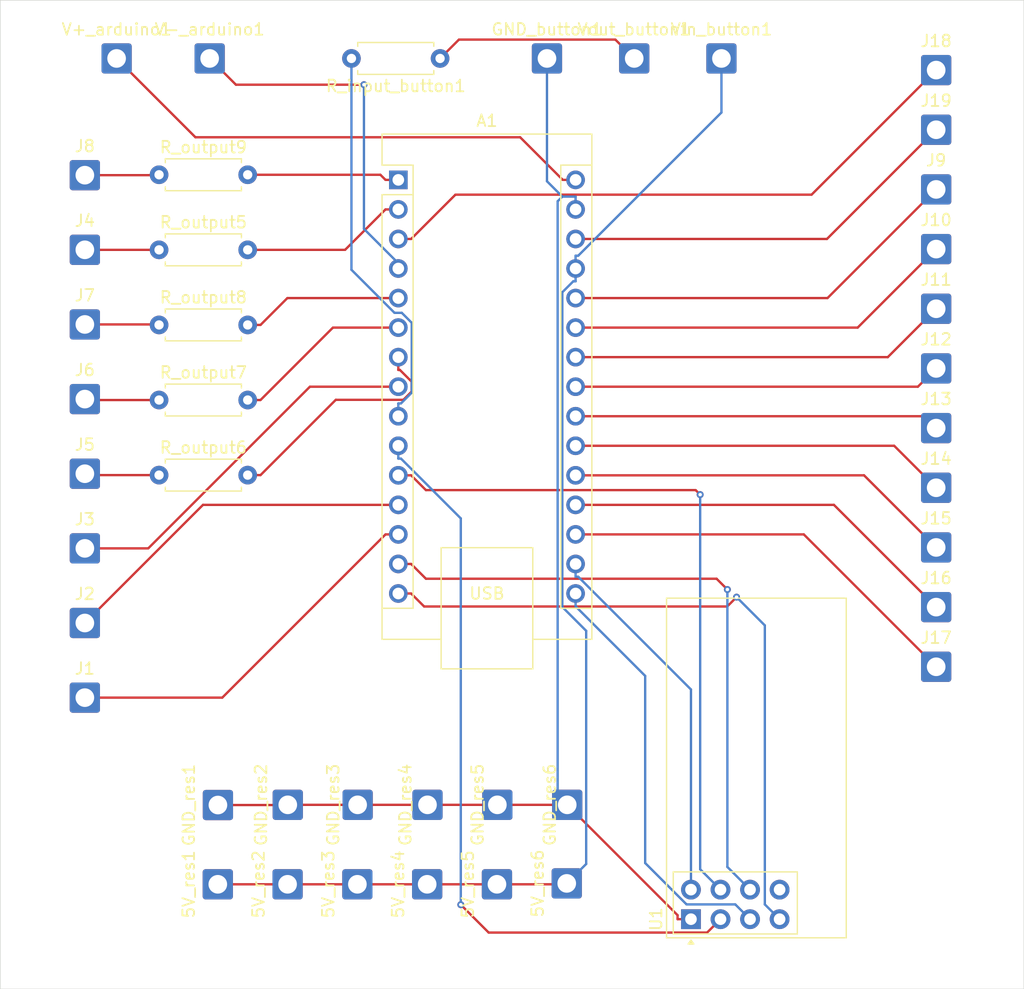
<source format=kicad_pcb>
(kicad_pcb (version 20241229) (generator "pcbnew") (generator_version "9.0")
  (layers (0 "F.Cu" signal) (2 "B.Cu" signal) (13 "F.Paste" user) (15 "B.Paste" user) (5 "F.SilkS" user "F.Silkscreen") (7 "B.SilkS" user "B.Silkscreen") (1 "F.Mask" user) (3 "B.Mask" user) (25 "Edge.Cuts" user))
  (net 0 "")
  (net 1 "Net-(A1-D11)")
  (net 2 "Net-(A1-D0{slash}RX)")
  (net 3 "Net-(A1-A7)")
  (net 4 "Net-(A1-D9)")
  (net 5 "Net-(A1-D4)")
  (net 6 "Net-(A1-D3)")
  (net 7 "Net-(J18-Pin_1)")
  (net 8 "Net-(A1-A6)")
  (net 9 "Net-(A1-D13)")
  (net 10 "Net-(A1-A0)")
  (net 11 "Net-(A1-AREF)")
  (net 12 "Net-(A1-VIN)")
  (net 13 "Net-(A1-3V3)")
  (net 14 "Net-(A1-D1{slash}TX)")
  (net 15 "Net-(A1-A2)")
  (net 16 "+5V")
  (net 17 "Net-(A1-A1)")
  (net 18 "Net-(A1-A4)")
  (net 19 "Net-(J19-Pin_1)")
  (net 20 "Net-(A1-D5)")
  (net 21 "Net-(A1-A3)")
  (net 22 "Net-(V-_arduino1-Pin_1)")
  (net 23 "Net-(A1-D2)")
  (net 24 "GND")
  (net 25 "Net-(A1-D10)")
  (net 26 "Net-(A1-D8)")
  (net 27 "Net-(A1-A5)")
  (net 28 "Net-(A1-D12)")
  (net 29 "Net-(A1-D7)")
  (net 30 "Net-(A1-D6)")
  (net 31 "Net-(J4-Pin_1)")
  (net 32 "Net-(J5-Pin_1)")
  (net 33 "Net-(J6-Pin_1)")
  (net 34 "Net-(J7-Pin_1)")
  (net 35 "Net-(J8-Pin_1)")
  (net 36 "Net-(Vout_button1-Pin_1)")
  (footprint "Connector_Wire:SolderWire-0.75sqmm_1x01_D1.25mm_OD2.3mm" (layer "F.Cu") (at 115.46 139.78)
    (property "Reference" "J13" (at 0 -2.5 0) (layer "F.SilkS"))
    (property "Value" "Conn_01x01_Pin")
    (pad "1" thru_hole roundrect (at 0 0) (size 2.6 2.6) (drill 1.6) (layers "*.Cu" "*.Mask") (roundrect_rratio 0.096154) (net 21 "Net-(A1-A3)"))
  )
  (footprint "Connector_Wire:SolderWire-0.75sqmm_1x01_D1.25mm_OD2.3mm" (layer "F.Cu") (at 115.46 155.17)
    (property "Reference" "J16" (at 0 -2.5 0) (layer "F.SilkS"))
    (property "Value" "Conn_01x01_Pin")
    (pad "1" thru_hole roundrect (at 0 0) (size 2.6 2.6) (drill 1.6) (layers "*.Cu" "*.Mask") (roundrect_rratio 0.096154) (net 10 "Net-(A1-A0)"))
  )
  (footprint "Connector_Wire:SolderWire-0.75sqmm_1x01_D1.25mm_OD2.3mm" (layer "F.Cu") (at 53 108)
    (property "Reference" "V-_arduino1" (at 0 -2.5 0) (layer "F.SilkS"))
    (property "Value" "Conn_01x01_Pin")
    (pad "1" thru_hole roundrect (at 0 0) (size 2.6 2.6) (drill 1.6) (layers "*.Cu" "*.Mask") (roundrect_rratio 0.096154) (net 22 "Net-(V-_arduino1-Pin_1)"))
  )
  (footprint "Connector_Wire:SolderWire-0.75sqmm_1x01_D1.25mm_OD2.3mm" (layer "F.Cu") (at 115.46 144.91)
    (property "Reference" "J14" (at 0 -2.5 0) (layer "F.SilkS"))
    (property "Value" "Conn_01x01_Pin")
    (pad "1" thru_hole roundrect (at 0 0) (size 2.6 2.6) (drill 1.6) (layers "*.Cu" "*.Mask") (roundrect_rratio 0.096154) (net 15 "Net-(A1-A2)"))
  )
  (footprint "Connector_Wire:SolderWire-0.75sqmm_1x01_D1.25mm_OD2.3mm" (layer "F.Cu") (at 89.5 108)
    (property "Reference" "Vout_button1" (at 0 -2.5 0) (layer "F.SilkS"))
    (property "Value" "Conn_01x01_Pin")
    (pad "1" thru_hole roundrect (at 0 0) (size 2.6 2.6) (drill 1.6) (layers "*.Cu" "*.Mask") (roundrect_rratio 0.096154) (net 36 "Net-(Vout_button1-Pin_1)"))
  )
  (footprint "Connector_Wire:SolderWire-0.75sqmm_1x01_D1.25mm_OD2.3mm" (layer "F.Cu") (at 71.7284 172.1692 90)
    (property "Reference" "GND_res4" (at 0 -1.9 90) (layer "F.SilkS"))
    (property "Value" "Conn_01x01_Pin")
    (pad "1" thru_hole roundrect (at 0 0 90) (size 2.6 2.6) (drill 1.6) (layers "*.Cu" "*.Mask") (roundrect_rratio 0.096154) (net 24 "GND"))
  )
  (footprint "Module:Arduino_Nano" (layer "F.Cu") (at 69.22 118.44)
    (property "Reference" "A1" (at 7.62 -5.08 0) (layer "F.SilkS"))
    (property "Value" "Arduino_Nano_v2.x")
    (fp_line (start -1.4 -3.94) (end -1.4 -1.27) (stroke (width 0.12)) (layer "F.SilkS"))
    (fp_line (start -1.4 1.27) (end -1.4 39.5) (stroke (width 0.12)) (layer "F.SilkS"))
    (fp_line (start -1.4 39.5) (end 3.68 39.5) (stroke (width 0.12)) (layer "F.SilkS"))
    (fp_line (start 1.27 -1.27) (end -1.4 -1.27) (stroke (width 0.12)) (layer "F.SilkS"))
    (fp_line (start 1.27 1.27) (end -1.4 1.27) (stroke (width 0.12)) (layer "F.SilkS"))
    (fp_line (start 1.27 1.27) (end 1.27 -1.27) (stroke (width 0.12)) (layer "F.SilkS"))
    (fp_line (start 1.27 1.27) (end 1.27 36.83) (stroke (width 0.12)) (layer "F.SilkS"))
    (fp_line (start 1.27 36.83) (end -1.4 36.83) (stroke (width 0.12)) (layer "F.SilkS"))
    (fp_line (start 3.68 31.62) (end 11.56 31.62) (stroke (width 0.12)) (layer "F.SilkS"))
    (fp_line (start 3.68 42.04) (end 3.68 31.62) (stroke (width 0.12)) (layer "F.SilkS"))
    (fp_line (start 11.56 31.62) (end 11.56 42.04) (stroke (width 0.12)) (layer "F.SilkS"))
    (fp_line (start 11.56 42.04) (end 3.68 42.04) (stroke (width 0.12)) (layer "F.SilkS"))
    (fp_line (start 13.97 -1.27) (end 13.97 36.83) (stroke (width 0.12)) (layer "F.SilkS"))
    (fp_line (start 13.97 -1.27) (end 16.64 -1.27) (stroke (width 0.12)) (layer "F.SilkS"))
    (fp_line (start 13.97 36.83) (end 16.64 36.83) (stroke (width 0.12)) (layer "F.SilkS"))
    (fp_line (start 16.64 -3.94) (end -1.4 -3.94) (stroke (width 0.12)) (layer "F.SilkS"))
    (fp_line (start 16.64 39.5) (end 11.56 39.5) (stroke (width 0.12)) (layer "F.SilkS"))
    (fp_line (start 16.64 39.5) (end 16.64 -3.94) (stroke (width 0.12)) (layer "F.SilkS"))
    (fp_text user "USB" (at 7.62 35.56 0) (layer "F.SilkS"))
    (pad "1" thru_hole rect (at 0 0) (size 1.6 1.6) (drill 1) (layers "*.Cu" "*.Mask") (net 14 "Net-(A1-D1{slash}TX)"))
    (pad "2" thru_hole oval (at 0 2.54) (size 1.6 1.6) (drill 1) (layers "*.Cu" "*.Mask") (net 2 "Net-(A1-D0{slash}RX)"))
    (pad "3" thru_hole oval (at 0 5.08) (size 1.6 1.6) (drill 1) (layers "*.Cu" "*.Mask") (net 7 "Net-(J18-Pin_1)"))
    (pad "4" thru_hole oval (at 0 7.62) (size 1.6 1.6) (drill 1) (layers "*.Cu" "*.Mask") (net 22 "Net-(V-_arduino1-Pin_1)"))
    (pad "5" thru_hole oval (at 0 10.16) (size 1.6 1.6) (drill 1) (layers "*.Cu" "*.Mask") (net 23 "Net-(A1-D2)"))
    (pad "6" thru_hole oval (at 0 12.7) (size 1.6 1.6) (drill 1) (layers "*.Cu" "*.Mask") (net 6 "Net-(A1-D3)"))
    (pad "7" thru_hole oval (at 0 15.24) (size 1.6 1.6) (drill 1) (layers "*.Cu" "*.Mask") (net 5 "Net-(A1-D4)"))
    (pad "8" thru_hole oval (at 0 17.78) (size 1.6 1.6) (drill 1) (layers "*.Cu" "*.Mask") (net 20 "Net-(A1-D5)"))
    (pad "9" thru_hole oval (at 0 20.32) (size 1.6 1.6) (drill 1) (layers "*.Cu" "*.Mask") (net 30 "Net-(A1-D6)"))
    (pad "10" thru_hole oval (at 0 22.86) (size 1.6 1.6) (drill 1) (layers "*.Cu" "*.Mask") (net 29 "Net-(A1-D7)"))
    (pad "11" thru_hole oval (at 0 25.4) (size 1.6 1.6) (drill 1) (layers "*.Cu" "*.Mask") (net 26 "Net-(A1-D8)"))
    (pad "12" thru_hole oval (at 0 27.94) (size 1.6 1.6) (drill 1) (layers "*.Cu" "*.Mask") (net 4 "Net-(A1-D9)"))
    (pad "13" thru_hole oval (at 0 30.48) (size 1.6 1.6) (drill 1) (layers "*.Cu" "*.Mask") (net 25 "Net-(A1-D10)"))
    (pad "14" thru_hole oval (at 0 33.02) (size 1.6 1.6) (drill 1) (layers "*.Cu" "*.Mask") (net 1 "Net-(A1-D11)"))
    (pad "15" thru_hole oval (at 0 35.56) (size 1.6 1.6) (drill 1) (layers "*.Cu" "*.Mask") (net 28 "Net-(A1-D12)"))
    (pad "16" thru_hole oval (at 15.24 35.56) (size 1.6 1.6) (drill 1) (layers "*.Cu" "*.Mask") (net 9 "Net-(A1-D13)"))
    (pad "17" thru_hole oval (at 15.24 33.02) (size 1.6 1.6) (drill 1) (layers "*.Cu" "*.Mask") (net 13 "Net-(A1-3V3)"))
    (pad "18" thru_hole oval (at 15.24 30.48) (size 1.6 1.6) (drill 1) (layers "*.Cu" "*.Mask") (net 11 "Net-(A1-AREF)"))
    (pad "19" thru_hole oval (at 15.24 27.94) (size 1.6 1.6) (drill 1) (layers "*.Cu" "*.Mask") (net 10 "Net-(A1-A0)"))
    (pad "20" thru_hole oval (at 15.24 25.4) (size 1.6 1.6) (drill 1) (layers "*.Cu" "*.Mask") (net 17 "Net-(A1-A1)"))
    (pad "21" thru_hole oval (at 15.24 22.86) (size 1.6 1.6) (drill 1) (layers "*.Cu" "*.Mask") (net 15 "Net-(A1-A2)"))
    (pad "22" thru_hole oval (at 15.24 20.32) (size 1.6 1.6) (drill 1) (layers "*.Cu" "*.Mask") (net 21 "Net-(A1-A3)"))
    (pad "23" thru_hole oval (at 15.24 17.78) (size 1.6 1.6) (drill 1) (layers "*.Cu" "*.Mask") (net 18 "Net-(A1-A4)"))
    (pad "24" thru_hole oval (at 15.24 15.24) (size 1.6 1.6) (drill 1) (layers "*.Cu" "*.Mask") (net 27 "Net-(A1-A5)"))
    (pad "25" thru_hole oval (at 15.24 12.7) (size 1.6 1.6) (drill 1) (layers "*.Cu" "*.Mask") (net 8 "Net-(A1-A6)"))
    (pad "26" thru_hole oval (at 15.24 10.16) (size 1.6 1.6) (drill 1) (layers "*.Cu" "*.Mask") (net 3 "Net-(A1-A7)"))
    (pad "27" thru_hole oval (at 15.24 7.62) (size 1.6 1.6) (drill 1) (layers "*.Cu" "*.Mask") (net 16 "+5V"))
    (pad "28" thru_hole oval (at 15.24 5.08) (size 1.6 1.6) (drill 1) (layers "*.Cu" "*.Mask") (net 19 "Net-(J19-Pin_1)"))
    (pad "29" thru_hole oval (at 15.24 2.54) (size 1.6 1.6) (drill 1) (layers "*.Cu" "*.Mask") (net 24 "GND"))
    (pad "30" thru_hole oval (at 15.24 0) (size 1.6 1.6) (drill 1) (layers "*.Cu" "*.Mask") (net 12 "Net-(A1-VIN)"))
  )
  (footprint "Connector_Wire:SolderWire-0.75sqmm_1x01_D1.25mm_OD2.3mm" (layer "F.Cu") (at 42.27 150.1195)
    (property "Reference" "J3" (at 0 -2.5 0) (layer "F.SilkS"))
    (property "Value" "Conn_01x01_Pin")
    (pad "1" thru_hole roundrect (at 0 0) (size 2.6 2.6) (drill 1.6) (layers "*.Cu" "*.Mask") (roundrect_rratio 0.096154) (net 20 "Net-(A1-D5)"))
  )
  (footprint "Resistor_THT:R_Axial_DIN0207_L6.3mm_D2.5mm_P7.62mm_Horizontal" (layer "F.Cu") (at 48.65 124.4555)
    (property "Reference" "R_output5" (at 3.81 -2.37 0) (layer "F.SilkS"))
    (property "Value" "R")
    (fp_line (start 0.54 -1.37) (end 7.08 -1.37) (stroke (width 0.12)) (layer "F.SilkS"))
    (fp_line (start 0.54 -1.04) (end 0.54 -1.37) (stroke (width 0.12)) (layer "F.SilkS"))
    (fp_line (start 0.54 1.04) (end 0.54 1.37) (stroke (width 0.12)) (layer "F.SilkS"))
    (fp_line (start 0.54 1.37) (end 7.08 1.37) (stroke (width 0.12)) (layer "F.SilkS"))
    (fp_line (start 7.08 -1.37) (end 7.08 -1.04) (stroke (width 0.12)) (layer "F.SilkS"))
    (fp_line (start 7.08 1.37) (end 7.08 1.04) (stroke (width 0.12)) (layer "F.SilkS"))
    (pad "1" thru_hole circle (at 0 0) (size 1.6 1.6) (drill 0.8) (layers "*.Cu" "*.Mask") (net 31 "Net-(J4-Pin_1)"))
    (pad "2" thru_hole oval (at 7.62 0) (size 1.6 1.6) (drill 0.8) (layers "*.Cu" "*.Mask") (net 2 "Net-(A1-D0{slash}RX)"))
  )
  (footprint "RF_Module:nRF24L01_Breakout" (layer "F.Cu") (at 94.38 182 90)
    (property "Reference" "U1" (at 0 -3 90) (layer "F.SilkS"))
    (property "Value" "NRF24L01_Breakout")
    (fp_line (start 27.6 -2.1) (end 27.6 13.35) (stroke (width 0.12)) (layer "F.SilkS"))
    (fp_line (start -1.6 -2.1) (end 27.6 -2.1) (stroke (width 0.12)) (layer "F.SilkS"))
    (fp_line (start -1.6 -2.1) (end -1.6 -2.1) (stroke (width 0.12)) (layer "F.SilkS"))
    (fp_line (start 4.064 -1.524) (end 4.064 9.144) (stroke (width 0.12)) (layer "F.SilkS"))
    (fp_line (start -1.27 -1.524) (end 4.064 -1.524) (stroke (width 0.12)) (layer "F.SilkS"))
    (fp_line (start -1.27 -1.524) (end -1.27 -1.524) (stroke (width 0.12)) (layer "F.SilkS"))
    (fp_line (start 4.064 9.144) (end -1.27 9.144) (stroke (width 0.12)) (layer "F.SilkS"))
    (fp_line (start -1.27 9.144) (end -1.27 -1.524) (stroke (width 0.12)) (layer "F.SilkS"))
    (fp_line (start -1.27 9.144) (end -1.27 9.144) (stroke (width 0.12)) (layer "F.SilkS"))
    (fp_line (start 27.6 13.35) (end -1.6 13.35) (stroke (width 0.12)) (layer "F.SilkS"))
    (fp_line (start -1.6 13.35) (end -1.6 -2.1) (stroke (width 0.12)) (layer "F.SilkS"))
    (fp_poly (pts (xy -1.8 0) (xy -2.136 0.24) (xy -2.136 -0.24) (xy -1.8 0)) (stroke (width 0.12)) (fill yes) (layer "F.SilkS"))
    (pad "1" thru_hole rect (at 0 0 90) (size 1.7 1.7) (drill 1) (layers "*.Cu" "*.Mask") (net 24 "GND"))
    (pad "2" thru_hole circle (at 2.54 0 90) (size 1.7 1.7) (drill 1) (layers "*.Cu" "*.Mask") (net 13 "Net-(A1-3V3)"))
    (pad "3" thru_hole circle (at 0 2.54 90) (size 1.7 1.7) (drill 1) (layers "*.Cu" "*.Mask") (net 29 "Net-(A1-D7)"))
    (pad "4" thru_hole circle (at 2.54 2.54 90) (size 1.7 1.7) (drill 1) (layers "*.Cu" "*.Mask") (net 26 "Net-(A1-D8)"))
    (pad "5" thru_hole circle (at 0 5.08 90) (size 1.7 1.7) (drill 1) (layers "*.Cu" "*.Mask") (net 9 "Net-(A1-D13)"))
    (pad "6" thru_hole circle (at 2.54 5.08 90) (size 1.7 1.7) (drill 1) (layers "*.Cu" "*.Mask") (net 1 "Net-(A1-D11)"))
    (pad "7" thru_hole circle (at 0 7.62 90) (size 1.7 1.7) (drill 1) (layers "*.Cu" "*.Mask") (net 28 "Net-(A1-D12)"))
    (pad "8" thru_hole circle (at 2.54 7.62 90) (size 1.7 1.7) (drill 1) (layers "*.Cu" "*.Mask"))
  )
  (footprint "Connector_Wire:SolderWire-0.75sqmm_1x01_D1.25mm_OD2.3mm" (layer "F.Cu") (at 83.7 178.9238 90)
    (property "Reference" "5V_res6" (at 0 -2.5 90) (layer "F.SilkS"))
    (property "Value" "Conn_01x01_Pin")
    (pad "1" thru_hole roundrect (at 0 0 90) (size 2.6 2.6) (drill 1.6) (layers "*.Cu" "*.Mask") (roundrect_rratio 0.096154) (net 16 "+5V"))
  )
  (footprint "Connector_Wire:SolderWire-0.75sqmm_1x01_D1.25mm_OD2.3mm" (layer "F.Cu") (at 115.46 114.13)
    (property "Reference" "J19" (at 0 -2.5 0) (layer "F.SilkS"))
    (property "Value" "Conn_01x01_Pin")
    (pad "1" thru_hole roundrect (at 0 0) (size 2.6 2.6) (drill 1.6) (layers "*.Cu" "*.Mask") (roundrect_rratio 0.096154) (net 19 "Net-(J19-Pin_1)"))
  )
  (footprint "Connector_Wire:SolderWire-0.75sqmm_1x01_D1.25mm_OD2.3mm" (layer "F.Cu") (at 53.7 179 90)
    (property "Reference" "5V_res1" (at 0 -2.5 90) (layer "F.SilkS"))
    (property "Value" "Conn_01x01_Pin")
    (pad "1" thru_hole roundrect (at 0 0 90) (size 2.6 2.6) (drill 1.6) (layers "*.Cu" "*.Mask") (roundrect_rratio 0.096154) (net 16 "+5V"))
  )
  (footprint "Connector_Wire:SolderWire-0.75sqmm_1x01_D1.25mm_OD2.3mm" (layer "F.Cu") (at 115.46 150.04)
    (property "Reference" "J15" (at 0 -2.5 0) (layer "F.SilkS"))
    (property "Value" "Conn_01x01_Pin")
    (pad "1" thru_hole roundrect (at 0 0) (size 2.6 2.6) (drill 1.6) (layers "*.Cu" "*.Mask") (roundrect_rratio 0.096154) (net 17 "Net-(A1-A1)"))
  )
  (footprint "Connector_Wire:SolderWire-0.75sqmm_1x01_D1.25mm_OD2.3mm" (layer "F.Cu") (at 53.7104 172.186 90)
    (property "Reference" "GND_res1" (at 0 -2.5 90) (layer "F.SilkS"))
    (property "Value" "Conn_01x01_Pin")
    (pad "1" thru_hole roundrect (at 0 0 90) (size 2.6 2.6) (drill 1.6) (layers "*.Cu" "*.Mask") (roundrect_rratio 0.096154) (net 24 "GND"))
  )
  (footprint "Connector_Wire:SolderWire-0.75sqmm_1x01_D1.25mm_OD2.3mm" (layer "F.Cu") (at 115.46 109)
    (property "Reference" "J18" (at 0 -2.5 0) (layer "F.SilkS"))
    (property "Value" "Conn_01x01_Pin")
    (pad "1" thru_hole roundrect (at 0 0) (size 2.6 2.6) (drill 1.6) (layers "*.Cu" "*.Mask") (roundrect_rratio 0.096154) (net 7 "Net-(J18-Pin_1)"))
  )
  (footprint "Connector_Wire:SolderWire-0.75sqmm_1x01_D1.25mm_OD2.3mm" (layer "F.Cu") (at 65.7224 172.1692 90)
    (property "Reference" "GND_res3" (at 0 -2.1 90) (layer "F.SilkS"))
    (property "Value" "Conn_01x01_Pin")
    (pad "1" thru_hole roundrect (at 0 0 90) (size 2.6 2.6) (drill 1.6) (layers "*.Cu" "*.Mask") (roundrect_rratio 0.096154) (net 24 "GND"))
  )
  (footprint "Resistor_THT:R_Axial_DIN0207_L6.3mm_D2.5mm_P7.62mm_Horizontal" (layer "F.Cu") (at 48.65 143.822)
    (property "Reference" "R_output6" (at 3.81 -2.37 0) (layer "F.SilkS"))
    (property "Value" "R")
    (fp_line (start 0.54 -1.37) (end 7.08 -1.37) (stroke (width 0.12)) (layer "F.SilkS"))
    (fp_line (start 0.54 -1.04) (end 0.54 -1.37) (stroke (width 0.12)) (layer "F.SilkS"))
    (fp_line (start 0.54 1.04) (end 0.54 1.37) (stroke (width 0.12)) (layer "F.SilkS"))
    (fp_line (start 0.54 1.37) (end 7.08 1.37) (stroke (width 0.12)) (layer "F.SilkS"))
    (fp_line (start 7.08 -1.37) (end 7.08 -1.04) (stroke (width 0.12)) (layer "F.SilkS"))
    (fp_line (start 7.08 1.37) (end 7.08 1.04) (stroke (width 0.12)) (layer "F.SilkS"))
    (pad "1" thru_hole circle (at 0 0) (size 1.6 1.6) (drill 0.8) (layers "*.Cu" "*.Mask") (net 32 "Net-(J5-Pin_1)"))
    (pad "2" thru_hole oval (at 7.62 0) (size 1.6 1.6) (drill 0.8) (layers "*.Cu" "*.Mask") (net 5 "Net-(A1-D4)"))
  )
  (footprint "Connector_Wire:SolderWire-0.75sqmm_1x01_D1.25mm_OD2.3mm" (layer "F.Cu") (at 42.27 156.5364)
    (property "Reference" "J2" (at 0 -2.5 0) (layer "F.SilkS"))
    (property "Value" "Conn_01x01_Pin")
    (pad "1" thru_hole roundrect (at 0 0) (size 2.6 2.6) (drill 1.6) (layers "*.Cu" "*.Mask") (roundrect_rratio 0.096154) (net 4 "Net-(A1-D9)"))
  )
  (footprint "Connector_Wire:SolderWire-0.75sqmm_1x01_D1.25mm_OD2.3mm" (layer "F.Cu") (at 77.7 179 90)
    (property "Reference" "5V_res5" (at 0 -2.5 90) (layer "F.SilkS"))
    (property "Value" "Conn_01x01_Pin")
    (pad "1" thru_hole roundrect (at 0 0 90) (size 2.6 2.6) (drill 1.6) (layers "*.Cu" "*.Mask") (roundrect_rratio 0.096154) (net 16 "+5V"))
  )
  (footprint "Connector_Wire:SolderWire-0.75sqmm_1x01_D1.25mm_OD2.3mm" (layer "F.Cu") (at 65.7 179 90)
    (property "Reference" "5V_res3" (at 0 -2.5 90) (layer "F.SilkS"))
    (property "Value" "Conn_01x01_Pin")
    (pad "1" thru_hole roundrect (at 0 0 90) (size 2.6 2.6) (drill 1.6) (layers "*.Cu" "*.Mask") (roundrect_rratio 0.096154) (net 16 "+5V"))
  )
  (footprint "Resistor_THT:R_Axial_DIN0207_L6.3mm_D2.5mm_P7.62mm_Horizontal" (layer "F.Cu") (at 48.65 118)
    (property "Reference" "R_output9" (at 3.81 -2.37 0) (layer "F.SilkS"))
    (property "Value" "R")
    (fp_line (start 0.54 -1.37) (end 7.08 -1.37) (stroke (width 0.12)) (layer "F.SilkS"))
    (fp_line (start 0.54 -1.04) (end 0.54 -1.37) (stroke (width 0.12)) (layer "F.SilkS"))
    (fp_line (start 0.54 1.04) (end 0.54 1.37) (stroke (width 0.12)) (layer "F.SilkS"))
    (fp_line (start 0.54 1.37) (end 7.08 1.37) (stroke (width 0.12)) (layer "F.SilkS"))
    (fp_line (start 7.08 -1.37) (end 7.08 -1.04) (stroke (width 0.12)) (layer "F.SilkS"))
    (fp_line (start 7.08 1.37) (end 7.08 1.04) (stroke (width 0.12)) (layer "F.SilkS"))
    (pad "1" thru_hole circle (at 0 0) (size 1.6 1.6) (drill 0.8) (layers "*.Cu" "*.Mask") (net 35 "Net-(J8-Pin_1)"))
    (pad "2" thru_hole oval (at 7.62 0) (size 1.6 1.6) (drill 0.8) (layers "*.Cu" "*.Mask") (net 14 "Net-(A1-D1{slash}TX)"))
  )
  (footprint "Connector_Wire:SolderWire-0.75sqmm_1x01_D1.25mm_OD2.3mm" (layer "F.Cu") (at 71.7 179 90)
    (property "Reference" "5V_res4" (at 0 -2.5 90) (layer "F.SilkS"))
    (property "Value" "Conn_01x01_Pin")
    (pad "1" thru_hole roundrect (at 0 0 90) (size 2.6 2.6) (drill 1.6) (layers "*.Cu" "*.Mask") (roundrect_rratio 0.096154) (net 16 "+5V"))
  )
  (footprint "Connector_Wire:SolderWire-0.75sqmm_1x01_D1.25mm_OD2.3mm" (layer "F.Cu") (at 42.27 118.035)
    (property "Reference" "J8" (at 0 -2.5 0) (layer "F.SilkS"))
    (property "Value" "Conn_01x01_Pin")
    (pad "1" thru_hole roundrect (at 0 0) (size 2.6 2.6) (drill 1.6) (layers "*.Cu" "*.Mask") (roundrect_rratio 0.096154) (net 35 "Net-(J8-Pin_1)"))
  )
  (footprint "Connector_Wire:SolderWire-0.75sqmm_1x01_D1.25mm_OD2.3mm" (layer "F.Cu") (at 42.27 162.9533)
    (property "Reference" "J1" (at 0 -2.5 0) (layer "F.SilkS"))
    (property "Value" "Conn_01x01_Pin")
    (pad "1" thru_hole roundrect (at 0 0) (size 2.6 2.6) (drill 1.6) (layers "*.Cu" "*.Mask") (roundrect_rratio 0.096154) (net 25 "Net-(A1-D10)"))
  )
  (footprint "Connector_Wire:SolderWire-0.75sqmm_1x01_D1.25mm_OD2.3mm" (layer "F.Cu") (at 115.46 124.39)
    (property "Reference" "J10" (at 0 -2.5 0) (layer "F.SilkS"))
    (property "Value" "Conn_01x01_Pin")
    (pad "1" thru_hole roundrect (at 0 0) (size 2.6 2.6) (drill 1.6) (layers "*.Cu" "*.Mask") (roundrect_rratio 0.096154) (net 8 "Net-(A1-A6)"))
  )
  (footprint "Connector_Wire:SolderWire-0.75sqmm_1x01_D1.25mm_OD2.3mm" (layer "F.Cu") (at 115.46 129.52)
    (property "Reference" "J11" (at 0 -2.5 0) (layer "F.SilkS"))
    (property "Value" "Conn_01x01_Pin")
    (pad "1" thru_hole roundrect (at 0 0) (size 2.6 2.6) (drill 1.6) (layers "*.Cu" "*.Mask") (roundrect_rratio 0.096154) (net 27 "Net-(A1-A5)"))
  )
  (footprint "Connector_Wire:SolderWire-0.75sqmm_1x01_D1.25mm_OD2.3mm" (layer "F.Cu") (at 59.7164 172.1692 90)
    (property "Reference" "GND_res2" (at 0 -2.3 90) (layer "F.SilkS"))
    (property "Value" "Conn_01x01_Pin")
    (pad "1" thru_hole roundrect (at 0 0 90) (size 2.6 2.6) (drill 1.6) (layers "*.Cu" "*.Mask") (roundrect_rratio 0.096154) (net 24 "GND"))
  )
  (footprint "Resistor_THT:R_Axial_DIN0207_L6.3mm_D2.5mm_P7.62mm_Horizontal" (layer "F.Cu") (at 48.65 137.3665)
    (property "Reference" "R_output7" (at 3.81 -2.37 0) (layer "F.SilkS"))
    (property "Value" "R")
    (fp_line (start 0.54 -1.37) (end 7.08 -1.37) (stroke (width 0.12)) (layer "F.SilkS"))
    (fp_line (start 0.54 -1.04) (end 0.54 -1.37) (stroke (width 0.12)) (layer "F.SilkS"))
    (fp_line (start 0.54 1.04) (end 0.54 1.37) (stroke (width 0.12)) (layer "F.SilkS"))
    (fp_line (start 0.54 1.37) (end 7.08 1.37) (stroke (width 0.12)) (layer "F.SilkS"))
    (fp_line (start 7.08 -1.37) (end 7.08 -1.04) (stroke (width 0.12)) (layer "F.SilkS"))
    (fp_line (start 7.08 1.37) (end 7.08 1.04) (stroke (width 0.12)) (layer "F.SilkS"))
    (pad "1" thru_hole circle (at 0 0) (size 1.6 1.6) (drill 0.8) (layers "*.Cu" "*.Mask") (net 33 "Net-(J6-Pin_1)"))
    (pad "2" thru_hole oval (at 7.62 0) (size 1.6 1.6) (drill 0.8) (layers "*.Cu" "*.Mask") (net 6 "Net-(A1-D3)"))
  )
  (footprint "Connector_Wire:SolderWire-0.75sqmm_1x01_D1.25mm_OD2.3mm" (layer "F.Cu") (at 115.46 134.65)
    (property "Reference" "J12" (at 0 -2.5 0) (layer "F.SilkS"))
    (property "Value" "Conn_01x01_Pin")
    (pad "1" thru_hole roundrect (at 0 0) (size 2.6 2.6) (drill 1.6) (layers "*.Cu" "*.Mask") (roundrect_rratio 0.096154) (net 18 "Net-(A1-A4)"))
  )
  (footprint "Connector_Wire:SolderWire-0.75sqmm_1x01_D1.25mm_OD2.3mm" (layer "F.Cu") (at 42.27 143.7026)
    (property "Reference" "J5" (at 0 -2.5 0) (layer "F.SilkS"))
    (property "Value" "Conn_01x01_Pin")
    (pad "1" thru_hole roundrect (at 0 0) (size 2.6 2.6) (drill 1.6) (layers "*.Cu" "*.Mask") (roundrect_rratio 0.096154) (net 32 "Net-(J5-Pin_1)"))
  )
  (footprint "Connector_Wire:SolderWire-0.75sqmm_1x01_D1.25mm_OD2.3mm" (layer "F.Cu") (at 42.27 130.8688)
    (property "Reference" "J7" (at 0 -2.5 0) (layer "F.SilkS"))
    (property "Value" "Conn_01x01_Pin")
    (pad "1" thru_hole roundrect (at 0 0) (size 2.6 2.6) (drill 1.6) (layers "*.Cu" "*.Mask") (roundrect_rratio 0.096154) (net 34 "Net-(J7-Pin_1)"))
  )
  (footprint "Resistor_THT:R_Axial_DIN0207_L6.3mm_D2.5mm_P7.62mm_Horizontal" (layer "F.Cu") (at 48.65 130.911)
    (property "Reference" "R_output8" (at 3.81 -2.37 0) (layer "F.SilkS"))
    (property "Value" "R")
    (fp_line (start 0.54 -1.37) (end 7.08 -1.37) (stroke (width 0.12)) (layer "F.SilkS"))
    (fp_line (start 0.54 -1.04) (end 0.54 -1.37) (stroke (width 0.12)) (layer "F.SilkS"))
    (fp_line (start 0.54 1.04) (end 0.54 1.37) (stroke (width 0.12)) (layer "F.SilkS"))
    (fp_line (start 0.54 1.37) (end 7.08 1.37) (stroke (width 0.12)) (layer "F.SilkS"))
    (fp_line (start 7.08 -1.37) (end 7.08 -1.04) (stroke (width 0.12)) (layer "F.SilkS"))
    (fp_line (start 7.08 1.37) (end 7.08 1.04) (stroke (width 0.12)) (layer "F.SilkS"))
    (pad "1" thru_hole circle (at 0 0) (size 1.6 1.6) (drill 0.8) (layers "*.Cu" "*.Mask") (net 34 "Net-(J7-Pin_1)"))
    (pad "2" thru_hole oval (at 7.62 0) (size 1.6 1.6) (drill 0.8) (layers "*.Cu" "*.Mask") (net 23 "Net-(A1-D2)"))
  )
  (footprint "Connector_Wire:SolderWire-0.75sqmm_1x01_D1.25mm_OD2.3mm" (layer "F.Cu") (at 77.7345 172.1692 90)
    (property "Reference" "GND_res5" (at 0 -1.7 90) (layer "F.SilkS"))
    (property "Value" "Conn_01x01_Pin")
    (pad "1" thru_hole roundrect (at 0 0 90) (size 2.6 2.6) (drill 1.6) (layers "*.Cu" "*.Mask") (roundrect_rratio 0.096154) (net 24 "GND"))
  )
  (footprint "Connector_Wire:SolderWire-0.75sqmm_1x01_D1.25mm_OD2.3mm" (layer "F.Cu") (at 59.7 179 90)
    (property "Reference" "5V_res2" (at 0 -2.5 90) (layer "F.SilkS"))
    (property "Value" "Conn_01x01_Pin")
    (pad "1" thru_hole roundrect (at 0 0 90) (size 2.6 2.6) (drill 1.6) (layers "*.Cu" "*.Mask") (roundrect_rratio 0.096154) (net 16 "+5V"))
  )
  (footprint "Connector_Wire:SolderWire-0.75sqmm_1x01_D1.25mm_OD2.3mm" (layer "F.Cu") (at 115.46 119.26)
    (property "Reference" "J9" (at 0 -2.5 0) (layer "F.SilkS"))
    (property "Value" "Conn_01x01_Pin")
    (pad "1" thru_hole roundrect (at 0 0) (size 2.6 2.6) (drill 1.6) (layers "*.Cu" "*.Mask") (roundrect_rratio 0.096154) (net 3 "Net-(A1-A7)"))
  )
  (footprint "Connector_Wire:SolderWire-0.75sqmm_1x01_D1.25mm_OD2.3mm" (layer "F.Cu") (at 45 108)
    (property "Reference" "V+_arduino1" (at 0 -2.5 0) (layer "F.SilkS"))
    (property "Value" "Conn_01x01_Pin")
    (pad "1" thru_hole roundrect (at 0 0) (size 2.6 2.6) (drill 1.6) (layers "*.Cu" "*.Mask") (roundrect_rratio 0.096154) (net 12 "Net-(A1-VIN)"))
  )
  (footprint "Connector_Wire:SolderWire-0.75sqmm_1x01_D1.25mm_OD2.3mm" (layer "F.Cu") (at 42.27 124.4519)
    (property "Reference" "J4" (at 0 -2.5 0) (layer "F.SilkS"))
    (property "Value" "Conn_01x01_Pin")
    (pad "1" thru_hole roundrect (at 0 0) (size 2.6 2.6) (drill 1.6) (layers "*.Cu" "*.Mask") (roundrect_rratio 0.096154) (net 31 "Net-(J4-Pin_1)"))
  )
  (footprint "Connector_Wire:SolderWire-0.75sqmm_1x01_D1.25mm_OD2.3mm" (layer "F.Cu") (at 42.27 137.2857)
    (property "Reference" "J6" (at 0 -2.5 0) (layer "F.SilkS"))
    (property "Value" "Conn_01x01_Pin")
    (pad "1" thru_hole roundrect (at 0 0) (size 2.6 2.6) (drill 1.6) (layers "*.Cu" "*.Mask") (roundrect_rratio 0.096154) (net 33 "Net-(J6-Pin_1)"))
  )
  (footprint "Connector_Wire:SolderWire-0.75sqmm_1x01_D1.25mm_OD2.3mm" (layer "F.Cu") (at 83.7405 172.1692 90)
    (property "Reference" "GND_res6" (at 0 -1.5 90) (layer "F.SilkS"))
    (property "Value" "Conn_01x01_Pin")
    (pad "1" thru_hole roundrect (at 0 0 90) (size 2.6 2.6) (drill 1.6) (layers "*.Cu" "*.Mask") (roundrect_rratio 0.096154) (net 24 "GND"))
  )
  (footprint "Resistor_THT:R_Axial_DIN0207_L6.3mm_D2.5mm_P7.62mm_Horizontal" (layer "F.Cu") (at 72.81 108 180)
    (property "Reference" "R_input_button1" (at 3.81 -2.37 0) (layer "F.SilkS"))
    (property "Value" "R")
    (fp_line (start 7.08 1.37) (end 7.08 1.04) (stroke (width 0.12)) (layer "F.SilkS"))
    (fp_line (start 7.08 -1.37) (end 7.08 -1.04) (stroke (width 0.12)) (layer "F.SilkS"))
    (fp_line (start 0.54 1.37) (end 7.08 1.37) (stroke (width 0.12)) (layer "F.SilkS"))
    (fp_line (start 0.54 1.04) (end 0.54 1.37) (stroke (width 0.12)) (layer "F.SilkS"))
    (fp_line (start 0.54 -1.04) (end 0.54 -1.37) (stroke (width 0.12)) (layer "F.SilkS"))
    (fp_line (start 0.54 -1.37) (end 7.08 -1.37) (stroke (width 0.12)) (layer "F.SilkS"))
    (pad "1" thru_hole circle (at 0 0 180) (size 1.6 1.6) (drill 0.8) (layers "*.Cu" "*.Mask") (net 36 "Net-(Vout_button1-Pin_1)"))
    (pad "2" thru_hole oval (at 7.62 0 180) (size 1.6 1.6) (drill 0.8) (layers "*.Cu" "*.Mask") (net 30 "Net-(A1-D6)"))
  )
  (footprint "Connector_Wire:SolderWire-0.75sqmm_1x01_D1.25mm_OD2.3mm" (layer "F.Cu") (at 97 108)
    (property "Reference" "Vin_button1" (at 0 -2.5 0) (layer "F.SilkS"))
    (property "Value" "Conn_01x01_Pin")
    (pad "1" thru_hole roundrect (at 0 0) (size 2.6 2.6) (drill 1.6) (layers "*.Cu" "*.Mask") (roundrect_rratio 0.096154) (net 16 "+5V"))
  )
  (footprint "Connector_Wire:SolderWire-0.75sqmm_1x01_D1.25mm_OD2.3mm" (layer "F.Cu") (at 115.46 160.3)
    (property "Reference" "J17" (at 0 -2.5 0) (layer "F.SilkS"))
    (property "Value" "Conn_01x01_Pin")
    (pad "1" thru_hole roundrect (at 0 0) (size 2.6 2.6) (drill 1.6) (layers "*.Cu" "*.Mask") (roundrect_rratio 0.096154) (net 11 "Net-(A1-AREF)"))
  )
  (footprint "Connector_Wire:SolderWire-0.75sqmm_1x01_D1.25mm_OD2.3mm" (layer "F.Cu") (at 82 108)
    (property "Reference" "GND_button1" (at 0 -2.5 0) (layer "F.SilkS"))
    (property "Value" "Conn_01x01_Pin")
    (pad "1" thru_hole roundrect (at 0 0) (size 2.6 2.6) (drill 1.6) (layers "*.Cu" "*.Mask") (roundrect_rratio 0.096154) (net 24 "GND"))
  )
  (gr_rect (start 35 103) (end 123 188) (stroke (width 0.05)) (fill no) (layer "Edge.Cuts"))
  (segment (start 96.5822 152.73) (end 71.5917 152.73) (width 0.2) (layer "F.Cu") (net 1))
  (segment (start 69.22 151.46) (end 70.3217 151.46) (width 0.2) (layer "F.Cu") (net 1))
  (segment (start 97.51 153.6578) (end 96.5822 152.73) (width 0.2) (layer "F.Cu") (net 1))
  (segment (start 71.5917 152.73) (end 70.3217 151.46) (width 0.2) (layer "F.Cu") (net 1))
  (via (at 97.51 153.6578) (size 0.6) (drill 0.3) (layers "F.Cu" "B.Cu") (net 1))
  (segment (start 99.46 179.46) (end 97.51 177.51) (width 0.2) (layer "B.Cu") (net 1))
  (segment (start 97.51 177.51) (end 97.51 153.6578) (width 0.2) (layer "B.Cu") (net 1))
  (segment (start 64.6428 124.4555) (end 56.27 124.4555) (width 0.2) (layer "F.Cu") (net 2))
  (segment (start 69.22 120.98) (end 68.1183 120.98) (width 0.2) (layer "F.Cu") (net 2))
  (segment (start 68.1183 120.98) (end 64.6428 124.4555) (width 0.2) (layer "F.Cu") (net 2))
  (segment (start 115.46 119.26) (end 106.12 128.6) (width 0.2) (layer "F.Cu") (net 3))
  (segment (start 106.12 128.6) (end 84.46 128.6) (width 0.2) (layer "F.Cu") (net 3))
  (segment (start 69.22 146.38) (end 52.4264 146.38) (width 0.2) (layer "F.Cu") (net 4))
  (segment (start 52.4264 146.38) (end 42.27 156.5364) (width 0.2) (layer "F.Cu") (net 4))
  (segment (start 57.3717 143.822) (end 63.8453 137.3484) (width 0.2) (layer "F.Cu") (net 5))
  (segment (start 63.8453 137.3484) (end 69.6541 137.3484) (width 0.2) (layer "F.Cu") (net 5))
  (segment (start 70.3588 136.6437) (end 70.3588 135.7828) (width 0.2) (layer "F.Cu") (net 5))
  (segment (start 69.3577 134.7817) (end 69.22 134.7817) (width 0.2) (layer "F.Cu") (net 5))
  (segment (start 69.6541 137.3484) (end 70.3588 136.6437) (width 0.2) (layer "F.Cu") (net 5))
  (segment (start 70.3588 135.7828) (end 69.3577 134.7817) (width 0.2) (layer "F.Cu") (net 5))
  (segment (start 56.27 143.822) (end 57.3717 143.822) (width 0.2) (layer "F.Cu") (net 5))
  (segment (start 69.22 133.68) (end 69.22 134.7817) (width 0.2) (layer "F.Cu") (net 5))
  (segment (start 63.5982 131.14) (end 69.22 131.14) (width 0.2) (layer "F.Cu") (net 6))
  (segment (start 57.3717 137.3665) (end 63.5982 131.14) (width 0.2) (layer "F.Cu") (net 6))
  (segment (start 56.27 137.3665) (end 57.3717 137.3665) (width 0.2) (layer "F.Cu") (net 6))
  (segment (start 115.46 109) (end 104.75 119.71) (width 0.2) (layer "F.Cu") (net 7))
  (segment (start 69.22 123.52) (end 70.3217 123.52) (width 0.2) (layer "F.Cu") (net 7))
  (segment (start 74.1317 119.71) (end 70.3217 123.52) (width 0.2) (layer "F.Cu") (net 7))
  (segment (start 104.75 119.71) (end 74.1317 119.71) (width 0.2) (layer "F.Cu") (net 7))
  (segment (start 115.46 124.39) (end 108.71 131.14) (width 0.2) (layer "F.Cu") (net 8))
  (segment (start 108.71 131.14) (end 84.46 131.14) (width 0.2) (layer "F.Cu") (net 8))
  (segment (start 98.19 180.73) (end 94.0001 180.73) (width 0.2) (layer "B.Cu") (net 9))
  (segment (start 84.46 154) (end 84.46 155.1017) (width 0.2) (layer "B.Cu") (net 9))
  (segment (start 99.46 182) (end 98.19 180.73) (width 0.2) (layer "B.Cu") (net 9))
  (segment (start 90.4423 161.084) (end 84.46 155.1017) (width 0.2) (layer "B.Cu") (net 9))
  (segment (start 90.4423 177.1722) (end 90.4423 161.084) (width 0.2) (layer "B.Cu") (net 9))
  (segment (start 94.0001 180.73) (end 90.4423 177.1722) (width 0.2) (layer "B.Cu") (net 9))
  (segment (start 106.67 146.38) (end 84.46 146.38) (width 0.2) (layer "F.Cu") (net 10))
  (segment (start 115.46 155.17) (end 106.67 146.38) (width 0.2) (layer "F.Cu") (net 10))
  (segment (start 84.46 148.92) (end 104.08 148.92) (width 0.2) (layer "F.Cu") (net 11))
  (segment (start 104.08 148.92) (end 115.46 160.3) (width 0.2) (layer "F.Cu") (net 11))
  (segment (start 51.7753 114.7753) (end 79.6936 114.7753) (width 0.2) (layer "F.Cu") (net 12))
  (segment (start 79.6936 114.7753) (end 83.3583 118.44) (width 0.2) (layer "F.Cu") (net 12))
  (segment (start 45 108) (end 51.7753 114.7753) (width 0.2) (layer "F.Cu") (net 12))
  (segment (start 84.46 118.44) (end 83.3583 118.44) (width 0.2) (layer "F.Cu") (net 12))
  (segment (start 84.6883 152.5617) (end 84.46 152.5617) (width 0.2) (layer "B.Cu") (net 13))
  (segment (start 84.46 151.46) (end 84.46 152.5617) (width 0.2) (layer "B.Cu") (net 13))
  (segment (start 94.38 162.2534) (end 84.6883 152.5617) (width 0.2) (layer "B.Cu") (net 13))
  (segment (start 94.38 179.46) (end 94.38 162.2534) (width 0.2) (layer "B.Cu") (net 13))
  (segment (start 56.27 118) (end 67.6783 118) (width 0.2) (layer "F.Cu") (net 14))
  (segment (start 67.6783 118) (end 68.1183 118.44) (width 0.2) (layer "F.Cu") (net 14))
  (segment (start 69.22 118.44) (end 68.1183 118.44) (width 0.2) (layer "F.Cu") (net 14))
  (segment (start 115.46 144.91) (end 111.85 141.3) (width 0.2) (layer "F.Cu") (net 15))
  (segment (start 111.85 141.3) (end 84.46 141.3) (width 0.2) (layer "F.Cu") (net 15))
  (segment (start 77.7 179) (end 71.7 179) (width 0.2) (layer "F.Cu") (net 16))
  (segment (start 59.7 179) (end 53.7 179) (width 0.2) (layer "F.Cu") (net 16))
  (segment (start 83.7 178.9238) (end 83.6238 179) (width 0.2) (layer "F.Cu") (net 16))
  (segment (start 83.6238 179) (end 77.7 179) (width 0.2) (layer "F.Cu") (net 16))
  (segment (start 65.7 179) (end 59.7 179) (width 0.2) (layer "F.Cu") (net 16))
  (segment (start 71.7 179) (end 65.7 179) (width 0.2) (layer "F.Cu") (net 16))
  (segment (start 83.3203 155.1587) (end 83.3203 128.1007) (width 0.2) (layer "B.Cu") (net 16))
  (segment (start 97 108) (end 97 112.6466) (width 0.2) (layer "B.Cu") (net 16))
  (segment (start 97 112.6466) (end 84.6883 124.9583) (width 0.2) (layer "B.Cu") (net 16))
  (segment (start 83.3203 128.1007) (end 84.2593 127.1617) (width 0.2) (layer "B.Cu") (net 16))
  (segment (start 84.6883 124.9583) (end 84.46 124.9583) (width 0.2) (layer "B.Cu") (net 16))
  (segment (start 85.3705 177.2533) (end 85.3705 157.2089) (width 0.2) (layer "B.Cu") (net 16))
  (segment (start 84.2593 127.1617) (end 84.46 127.1617) (width 0.2) (layer "B.Cu") (net 16))
  (segment (start 84.46 126.06) (end 84.46 124.9583) (width 0.2) (layer "B.Cu") (net 16))
  (segment (start 83.7 178.9238) (end 85.3705 177.2533) (width 0.2) (layer "B.Cu") (net 16))
  (segment (start 85.3705 157.2089) (end 83.3203 155.1587) (width 0.2) (layer "B.Cu") (net 16))
  (segment (start 84.46 126.06) (end 84.46 127.1617) (width 0.2) (layer "B.Cu") (net 16))
  (segment (start 84.46 143.84) (end 109.26 143.84) (width 0.2) (layer "F.Cu") (net 17))
  (segment (start 109.26 143.84) (end 115.46 150.04) (width 0.2) (layer "F.Cu") (net 17))
  (segment (start 115.46 134.65) (end 113.89 136.22) (width 0.2) (layer "F.Cu") (net 18))
  (segment (start 113.89 136.22) (end 84.46 136.22) (width 0.2) (layer "F.Cu") (net 18))
  (segment (start 106.07 123.52) (end 84.46 123.52) (width 0.2) (layer "F.Cu") (net 19))
  (segment (start 115.46 114.13) (end 106.07 123.52) (width 0.2) (layer "F.Cu") (net 19))
  (segment (start 69.22 136.22) (end 61.62 136.22) (width 0.2) (layer "F.Cu") (net 20))
  (segment (start 61.62 136.22) (end 47.7205 150.1195) (width 0.2) (layer "F.Cu") (net 20))
  (segment (start 47.7205 150.1195) (end 42.27 150.1195) (width 0.2) (layer "F.Cu") (net 20))
  (segment (start 84.46 138.76) (end 114.44 138.76) (width 0.2) (layer "F.Cu") (net 21))
  (segment (start 114.44 138.76) (end 115.46 139.78) (width 0.2) (layer "F.Cu") (net 21))
  (segment (start 55.256 110.256) (end 53 108) (width 0.2) (layer "F.Cu") (net 22))
  (segment (start 66.265 110.256) (end 55.256 110.256) (width 0.2) (layer "F.Cu") (net 22))
  (via (at 66.265 110.256) (size 0.6) (drill 0.3) (layers "F.Cu" "B.Cu") (net 22))
  (segment (start 69.22 125.6091) (end 66.265 122.6541) (width 0.2) (layer "B.Cu") (net 22))
  (segment (start 69.22 126.06) (end 69.22 125.6091) (width 0.2) (layer "B.Cu") (net 22))
  (segment (start 66.265 122.6541) (end 66.265 110.256) (width 0.2) (layer "B.Cu") (net 22))
  (segment (start 69.22 128.6) (end 59.6827 128.6) (width 0.2) (layer "F.Cu") (net 23))
  (segment (start 56.27 130.911) (end 57.3717 130.911) (width 0.2) (layer "F.Cu") (net 23))
  (segment (start 59.6827 128.6) (end 57.3717 130.911) (width 0.2) (layer "F.Cu") (net 23))
  (segment (start 94.38 182) (end 93.2283 182) (width 0.2) (layer "F.Cu") (net 24))
  (segment (start 71.7284 172.1692) (end 77.7345 172.1692) (width 0.2) (layer "F.Cu") (net 24))
  (segment (start 59.7164 172.1692) (end 65.7224 172.1692) (width 0.2) (layer "F.Cu") (net 24))
  (segment (start 71.7284 172.1692) (end 65.7224 172.1692) (width 0.2) (layer "F.Cu") (net 24))
  (segment (start 83.7405 172.1692) (end 77.7345 172.1692) (width 0.2) (layer "F.Cu") (net 24))
  (segment (start 93.2283 181.657) (end 83.7405 172.1692) (width 0.2) (layer "F.Cu") (net 24))
  (segment (start 59.6996 172.186) (end 59.7164 172.1692) (width 0.2) (layer "F.Cu") (net 24))
  (segment (start 93.2283 182) (end 93.2283 181.657) (width 0.2) (layer "F.Cu") (net 24))
  (segment (start 53.7104 172.186) (end 59.6996 172.186) (width 0.2) (layer "F.Cu") (net 24))
  (segment (start 82.9186 120.28) (end 82.9186 171.3473) (width 0.2) (layer "B.Cu") (net 24))
  (segment (start 84.46 120.98) (end 84.46 119.8783) (width 0.2) (layer "B.Cu") (net 24))
  (segment (start 83.3203 119.8783) (end 82.9186 120.28) (width 0.2) (layer "B.Cu") (net 24))
  (segment (start 82 108) (end 82 118.558) (width 0.2) (layer "B.Cu") (net 24))
  (segment (start 83.3203 119.8783) (end 84.46 119.8783) (width 0.2) (layer "B.Cu") (net 24))
  (segment (start 82.9186 171.3473) (end 83.7405 172.1692) (width 0.2) (layer "B.Cu") (net 24))
  (segment (start 82 118.558) (end 83.3203 119.8783) (width 0.2) (layer "B.Cu") (net 24))
  (segment (start 54.085 162.9533) (end 42.27 162.9533) (width 0.2) (layer "F.Cu") (net 25))
  (segment (start 68.1183 148.92) (end 54.085 162.9533) (width 0.2) (layer "F.Cu") (net 25))
  (segment (start 69.22 148.92) (end 68.1183 148.92) (width 0.2) (layer "F.Cu") (net 25))
  (segment (start 71.5917 145.11) (end 70.3217 143.84) (width 0.2) (layer "F.Cu") (net 26))
  (segment (start 94.781 145.11) (end 71.5917 145.11) (width 0.2) (layer "F.Cu") (net 26))
  (segment (start 69.22 143.84) (end 70.3217 143.84) (width 0.2) (layer "F.Cu") (net 26))
  (segment (start 95.17 145.499) (end 94.781 145.11) (width 0.2) (layer "F.Cu") (net 26))
  (via (at 95.17 145.499) (size 0.6) (drill 0.3) (layers "F.Cu" "B.Cu") (net 26))
  (segment (start 95.17 177.71) (end 96.92 179.46) (width 0.2) (layer "B.Cu") (net 26))
  (segment (start 95.17 145.499) (end 95.17 177.71) (width 0.2) (layer "B.Cu") (net 26))
  (segment (start 84.46 133.68) (end 111.3 133.68) (width 0.2) (layer "F.Cu") (net 27))
  (segment (start 111.3 133.68) (end 115.46 129.52) (width 0.2) (layer "F.Cu") (net 27))
  (segment (start 97.4961 155.1169) (end 98.3 154.313) (width 0.2) (layer "F.Cu") (net 28))
  (segment (start 69.22 154) (end 70.3217 154) (width 0.2) (layer "F.Cu") (net 28))
  (segment (start 70.3217 154) (end 71.4386 155.1169) (width 0.2) (layer "F.Cu") (net 28))
  (segment (start 71.4386 155.1169) (end 97.4961 155.1169) (width 0.2) (layer "F.Cu") (net 28))
  (via (at 98.3 154.313) (size 0.6) (drill 0.3) (layers "F.Cu" "B.Cu") (net 28))
  (segment (start 100.73 156.743) (end 100.73 180.73) (width 0.2) (layer "B.Cu") (net 28))
  (segment (start 98.3 154.313) (end 100.73 156.743) (width 0.2) (layer "B.Cu") (net 28))
  (segment (start 100.73 180.73) (end 102 182) (width 0.2) (layer "B.Cu") (net 28))
  (segment (start 95.7683 183.1517) (end 76.9867 183.1517) (width 0.2) (layer "F.Cu") (net 29))
  (segment (start 96.92 182) (end 95.7683 183.1517) (width 0.2) (layer "F.Cu") (net 29))
  (segment (start 76.9867 183.1517) (end 74.59 180.755) (width 0.2) (layer "F.Cu") (net 29))
  (via (at 74.59 180.755) (size 0.6) (drill 0.3) (layers "F.Cu" "B.Cu") (net 29))
  (segment (start 74.59 180.755) (end 74.59 147.5434) (width 0.2) (layer "B.Cu") (net 29))
  (segment (start 69.22 141.3) (end 69.22 142.4017) (width 0.2) (layer "B.Cu") (net 29))
  (segment (start 69.4483 142.4017) (end 69.22 142.4017) (width 0.2) (layer "B.Cu") (net 29))
  (segment (start 74.59 147.5434) (end 69.4483 142.4017) (width 0.2) (layer "B.Cu") (net 29))
  (segment (start 68.8926 129.87) (end 69.5172 129.87) (width 0.2) (layer "B.Cu") (net 30))
  (segment (start 69.22 138.76) (end 69.22 137.6583) (width 0.2) (layer "B.Cu") (net 30))
  (segment (start 65.19 108) (end 65.19 126.1674) (width 0.2) (layer "B.Cu") (net 30))
  (segment (start 70.3741 130.7269) (end 70.3741 136.7325) (width 0.2) (layer "B.Cu") (net 30))
  (segment (start 70.3741 136.7325) (end 69.4483 137.6583) (width 0.2) (layer "B.Cu") (net 30))
  (segment (start 69.5172 129.87) (end 70.3741 130.7269) (width 0.2) (layer "B.Cu") (net 30))
  (segment (start 69.4483 137.6583) (end 69.22 137.6583) (width 0.2) (layer "B.Cu") (net 30))
  (segment (start 65.19 126.1674) (end 68.8926 129.87) (width 0.2) (layer "B.Cu") (net 30))
  (segment (start 42.2736 124.4555) (end 42.27 124.4519) (width 0.2) (layer "F.Cu") (net 31))
  (segment (start 48.65 124.4555) (end 42.2736 124.4555) (width 0.2) (layer "F.Cu") (net 31))
  (segment (start 42.3894 143.822) (end 42.27 143.7026) (width 0.2) (layer "F.Cu") (net 32))
  (segment (start 48.65 143.822) (end 42.3894 143.822) (width 0.2) (layer "F.Cu") (net 32))
  (segment (start 48.65 137.3665) (end 42.3508 137.3665) (width 0.2) (layer "F.Cu") (net 33))
  (segment (start 42.3508 137.3665) (end 42.27 137.2857) (width 0.2) (layer "F.Cu") (net 33))
  (segment (start 42.27 130.8688) (end 48.6078 130.8688) (width 0.2) (layer "F.Cu") (net 34))
  (segment (start 48.6078 130.8688) (end 48.65 130.911) (width 0.2) (layer "F.Cu") (net 34))
  (segment (start 48.615 118.035) (end 48.65 118) (width 0.2) (layer "F.Cu") (net 35))
  (segment (start 42.27 118.035) (end 48.615 118.035) (width 0.2) (layer "F.Cu") (net 35))
  (segment (start 74.4309 106.3791) (end 72.81 108) (width 0.2) (layer "F.Cu") (net 36))
  (segment (start 87.8791 106.3791) (end 74.4309 106.3791) (width 0.2) (layer "F.Cu") (net 36))
  (segment (start 89.5 108) (end 87.8791 106.3791) (width 0.2) (layer "F.Cu") (net 36))
)
</source>
